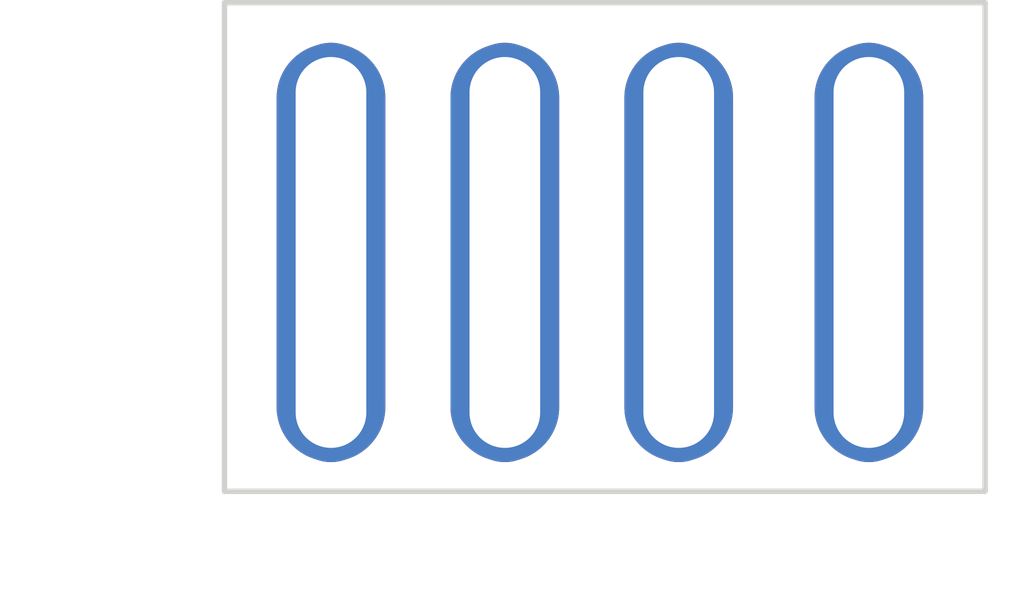
<source format=kicad_pcb>
(kicad_pcb (version 20221018) (generator pcbnew)
  (layers (0 "F.Cu" signal) (31 "B.Cu" signal) (34 "B.Paste" user) (35 "F.Paste" user) (36 "B.SilkS" user "B.Silkscreen") (37 "F.SilkS" user "F.Silkscreen") (38 "B.Mask" user) (39 "F.Mask" user) (44 "Edge.Cuts" user))
  (net 0 "")
  (footprint "ConnectorBoard:WM2211210044_adaptor" (layer "F.Cu") (at 138.16 76.2)
    (fp_text reference "J1" hide)
    (fp_text value "AudioJack4")
    (pad "1" thru_hole circle (at 1.8 -6.2) (size 1.524 1.524) (drill 0.762) (layers "*.Cu" "*.Mask"))
    (pad "1" thru_hole oval (at 1.8 -3.1) (size 2 7.7) (drill oval 1.3 7.2) (layers "*.Cu" "*.Mask"))
    (pad "1" thru_hole circle (at 1.8 0) (size 1.524 1.524) (drill 0.762) (layers "*.Cu" "*.Mask"))
    (pad "2" thru_hole circle (at 5 -6.2) (size 1.524 1.524) (drill 0.762) (layers "*.Cu" "*.Mask"))
    (pad "2" thru_hole oval (at 5 -3.1) (size 2 7.7) (drill oval 1.3 7.2) (layers "*.Cu" "*.Mask"))
    (pad "2" thru_hole circle (at 5 0) (size 1.524 1.524) (drill 0.762) (layers "*.Cu" "*.Mask"))
    (pad "3" thru_hole circle (at 8.2 -6.2) (size 1.524 1.524) (drill 0.762) (layers "*.Cu" "*.Mask"))
    (pad "3" thru_hole oval (at 8.2 -3.1) (size 2 7.7) (drill oval 1.3 7.2) (layers "*.Cu" "*.Mask"))
    (pad "3" thru_hole circle (at 8.2 0) (size 1.524 1.524) (drill 0.762) (layers "*.Cu" "*.Mask"))
    (pad "4" thru_hole circle (at 11.7 -6.2) (size 1.524 1.524) (drill 0.762) (layers "*.Cu" "*.Mask"))
    (pad "4" thru_hole oval (at 11.7 -3.1) (size 2 7.7) (drill oval 1.3 7.2) (layers "*.Cu" "*.Mask"))
    (pad "4" thru_hole circle (at 11.7 0) (size 1.524 1.524) (drill 0.762) (layers "*.Cu" "*.Mask"))
  )
  (gr_line (start 152 68.5) (end 138 68.5) (stroke (width 0.1)) (layer "Edge.Cuts"))
  (gr_line (start 138 68.5) (end 138 77.5) (stroke (width 0.1)) (layer "Edge.Cuts"))
  (gr_line (start 152 77.5) (end 152 68.5) (stroke (width 0.1)) (layer "Edge.Cuts"))
  (gr_line (start 138 77.5) (end 152 77.5) (stroke (width 0.1)) (layer "Edge.Cuts"))
)
</source>
